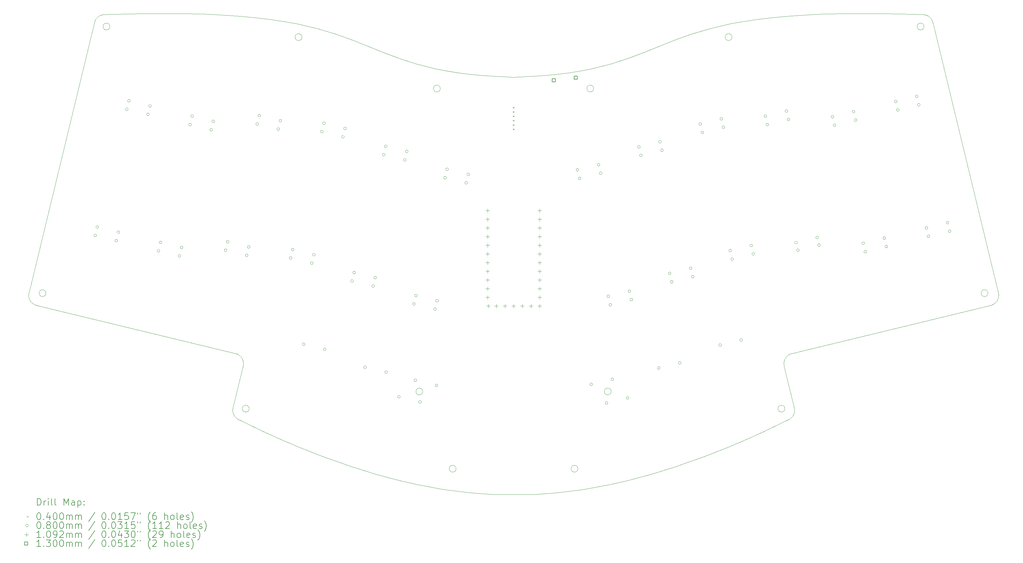
<source format=gbr>
%FSLAX45Y45*%
G04 Gerber Fmt 4.5, Leading zero omitted, Abs format (unit mm)*
G04 Created by KiCad (PCBNEW (6.0.0-0)) date 2022-01-06 19:14:08*
%MOMM*%
%LPD*%
G01*
G04 APERTURE LIST*
%TA.AperFunction,Profile*%
%ADD10C,0.100000*%
%TD*%
%ADD11C,0.200000*%
%ADD12C,0.040000*%
%ADD13C,0.080000*%
%ADD14C,0.109220*%
%ADD15C,0.130000*%
G04 APERTURE END LIST*
D10*
X26303802Y-13497852D02*
X26288802Y-13523852D01*
X17011802Y-5195852D02*
X17436802Y-5236852D01*
X17436802Y-5236852D02*
X17873802Y-5267852D01*
X14497802Y-4550852D02*
X14971802Y-4730852D01*
X13252802Y-16570852D02*
X13048802Y-16499852D01*
X11212802Y-15750852D02*
X11029802Y-15665852D01*
X26562802Y-15032852D02*
X26561802Y-15072852D01*
X10126802Y-15124852D02*
X10120802Y-15098852D01*
X11835802Y-16024852D02*
X11614802Y-15928852D01*
X11592802Y-3651852D02*
X11956802Y-3715852D01*
X25236802Y-15853852D02*
X25062802Y-15928852D01*
X22179802Y-4550852D02*
X22677802Y-4348852D01*
X10249802Y-13395852D02*
X10209802Y-13380852D01*
X18338802Y-17506252D02*
X18220802Y-17506852D01*
X4408802Y-11975852D02*
X4371802Y-11965852D01*
X6339802Y-3454852D02*
X7021802Y-3435852D01*
X7518802Y-3424852D02*
X7964802Y-3422852D01*
X23532802Y-4024852D02*
X24078802Y-3862852D01*
X12540802Y-16311852D02*
X12312802Y-16220852D01*
X4334802Y-11954852D02*
X4295802Y-11935852D01*
X22141802Y-16972852D02*
X21892802Y-17041852D01*
X6156802Y-3534852D02*
X6180802Y-3513852D01*
X26446802Y-15274852D02*
X26421802Y-15292852D01*
X32381802Y-11935852D02*
X32342802Y-11954852D01*
X16600802Y-17397852D02*
X16371802Y-17366852D01*
X17762802Y-17502852D02*
X17296802Y-17471852D01*
X21196802Y-14490852D02*
G75*
G03*
X21196802Y-14490852I-100000J0D01*
G01*
X10168802Y-15209852D02*
X10153802Y-15186852D01*
X10388802Y-13523852D02*
X10373802Y-13497852D01*
X11213802Y-3594852D02*
X11592802Y-3651852D01*
X12068802Y-16123852D02*
X11835802Y-16024852D01*
X10114802Y-15032852D02*
X10116802Y-15003852D01*
X32226802Y-11611852D02*
G75*
G03*
X32226802Y-11611852I-100000J0D01*
G01*
X6072802Y-3668852D02*
X6080802Y-3648852D01*
X6521802Y-3804852D02*
G75*
G03*
X6521802Y-3804852I-100000J0D01*
G01*
X12312802Y-16220852D02*
X12068802Y-16123852D01*
X26265802Y-13571852D02*
X26256802Y-13604852D01*
X26508802Y-15209852D02*
X26489802Y-15233852D01*
X15274802Y-17159852D02*
X15045802Y-17105852D01*
X13999802Y-4348852D02*
X14497802Y-4550852D01*
X10209802Y-13380852D02*
X4408802Y-11975852D01*
X10732802Y-15525852D02*
X10313802Y-15323852D01*
X20076802Y-17397852D02*
X19678802Y-17447852D01*
X10286802Y-15309852D02*
X10255802Y-15292852D01*
X21211802Y-4891852D02*
X21705802Y-4730852D01*
X6205802Y-3496852D02*
X6237802Y-3479852D01*
X10354802Y-13474852D02*
X10331802Y-13449852D01*
X28712802Y-3422852D02*
X29158802Y-3424852D01*
X26489802Y-15233852D02*
X26471802Y-15254852D01*
X10331802Y-13449852D02*
X10308802Y-13431852D01*
X30471802Y-3496852D02*
X30496802Y-3513852D01*
X16121802Y-17327852D02*
X15726802Y-17253852D01*
X10230802Y-15274852D02*
X10205802Y-15254852D01*
X13144802Y-4024852D02*
X13661802Y-4212852D01*
X14095802Y-16846852D02*
X13825802Y-16763852D01*
X4227802Y-11883852D02*
X4203802Y-11858852D01*
X30496802Y-3513852D02*
X30520802Y-3534852D01*
X18803802Y-5267852D02*
X19240802Y-5236852D01*
X10421802Y-13732852D02*
X10426802Y-13700852D01*
X24732802Y-4115852D02*
G75*
G03*
X24732802Y-4115852I-100000J0D01*
G01*
X32530802Y-11618852D02*
X32536802Y-11657852D01*
X26390802Y-15309852D02*
X26363802Y-15323852D01*
X10116802Y-15003852D02*
X10121802Y-14974852D01*
X16371802Y-17366852D02*
X16121802Y-17327852D01*
X19240802Y-5236852D02*
X19665802Y-5195852D01*
X26276802Y-13543852D02*
X26265802Y-13571852D01*
X13825802Y-16763852D02*
X13630802Y-16701852D01*
X20354802Y-5092852D02*
X20653802Y-5032852D01*
X26368802Y-13431852D02*
X26345802Y-13449852D01*
X15045802Y-17105852D02*
X14784802Y-17041852D01*
X6094802Y-3614852D02*
X6111802Y-3586852D01*
X32536802Y-11657852D02*
X32535802Y-11690852D01*
X16322802Y-5092852D02*
X16733802Y-5158852D01*
X20950802Y-17253852D02*
X20555802Y-17327852D01*
X24608802Y-16123852D02*
X24364802Y-16220852D01*
X19380802Y-17471852D02*
X18914802Y-17502852D01*
X30565802Y-3586852D02*
X30582802Y-3614852D01*
X25062802Y-15928852D02*
X24841802Y-16024852D01*
X6133802Y-3557852D02*
X6156802Y-3534852D01*
X30543802Y-3557852D02*
X30565802Y-3586852D01*
X10337802Y-3500852D02*
X10784802Y-3541852D01*
X4146802Y-11618852D02*
X4156802Y-11578852D01*
X14311802Y-16910852D02*
X14095802Y-16846852D01*
X30406802Y-3467852D02*
X30439802Y-3479852D01*
X17873802Y-5267852D02*
X18338802Y-5287852D01*
X4153802Y-11760852D02*
X4146802Y-11728852D01*
X26261802Y-13761852D02*
X26555802Y-14974852D01*
X30355802Y-3804852D02*
G75*
G03*
X30355802Y-3804852I-100000J0D01*
G01*
X7964802Y-3422852D02*
X8601802Y-3423852D01*
X22677802Y-4348852D02*
X23015802Y-4212852D01*
X7021802Y-3435852D02*
X7518802Y-3424852D01*
X32510802Y-11795852D02*
X32494802Y-11827852D01*
X23628802Y-16499852D02*
X23424802Y-16570852D01*
X26555802Y-14974852D02*
X26560802Y-15003852D01*
X30337802Y-3454852D02*
X30375802Y-3459852D01*
X23015802Y-4212852D02*
X23532802Y-4024852D01*
X22851802Y-16763852D02*
X22581802Y-16846852D01*
X6237802Y-3479852D02*
X6270802Y-3467852D01*
X26840802Y-3466852D02*
X27430802Y-3437852D01*
X26278801Y-14994852D02*
G75*
G03*
X26278801Y-14994852I-100000J0D01*
G01*
X4140802Y-11657852D02*
X4146802Y-11618852D01*
X20222802Y-16751852D02*
G75*
G03*
X20222802Y-16751852I-100000J0D01*
G01*
X10308802Y-13431852D02*
X10280802Y-13412852D01*
X32268802Y-11975852D02*
X26467802Y-13380852D01*
X22581802Y-16846852D02*
X22365802Y-16910852D01*
X6180802Y-3513852D02*
X6205802Y-3496852D01*
X24364802Y-16220852D02*
X24136802Y-16311852D01*
X16654802Y-16751852D02*
G75*
G03*
X16654802Y-16751852I-100000J0D01*
G01*
X15465802Y-4891852D02*
X16023802Y-5032852D01*
X10138802Y-15155852D02*
X10126802Y-15124852D01*
X20683802Y-5620852D02*
G75*
G03*
X20683802Y-5620852I-100000J0D01*
G01*
X30582802Y-3614852D02*
X30596802Y-3648852D01*
X13661802Y-4212852D02*
X13999802Y-4348852D01*
X4156802Y-11578852D02*
X6062802Y-3706852D01*
X32449802Y-11883852D02*
X32416802Y-11913852D01*
X10373802Y-13497852D02*
X10354802Y-13474852D01*
X10313802Y-15323852D02*
X10286802Y-15309852D01*
X21705802Y-4730852D02*
X22179802Y-4550852D01*
X10280802Y-13412852D02*
X10249802Y-13395852D01*
X15726802Y-17253852D02*
X15540802Y-17216852D01*
X10426802Y-13700852D02*
X10427802Y-13671852D01*
X25464802Y-15750852D02*
X25236802Y-15853852D01*
X25892802Y-3541852D02*
X26339802Y-3500852D01*
X10115802Y-15072852D02*
X10114802Y-15032852D01*
X12144801Y-4115852D02*
G75*
G03*
X12144801Y-4115852I-100000J0D01*
G01*
X10205802Y-15254852D02*
X10187802Y-15233852D01*
X32416802Y-11913852D02*
X32381802Y-11935852D01*
X26396802Y-13412852D02*
X26368802Y-13431852D01*
X26550802Y-15124852D02*
X26538802Y-15155852D01*
X6062802Y-3706852D02*
X6072802Y-3668852D01*
X19678802Y-17447852D02*
X19380802Y-17471852D01*
X11614802Y-15928852D02*
X11440802Y-15853852D01*
X26251802Y-13635852D02*
X26249802Y-13671852D01*
X12598802Y-3862852D02*
X13144802Y-4024852D01*
X26560802Y-15003852D02*
X26562802Y-15032852D01*
X26363802Y-15323852D02*
X25944802Y-15525852D01*
X11029802Y-15665852D02*
X10732802Y-15525852D01*
X32530802Y-11728852D02*
X32523802Y-11760852D01*
X30520802Y-3534852D02*
X30543802Y-3557852D01*
X10411802Y-13571852D02*
X10400802Y-13543852D01*
X13630802Y-16701852D02*
X13480802Y-16649852D01*
X26250802Y-13700852D02*
X26255802Y-13732852D01*
X10255802Y-15292852D02*
X10230802Y-15274852D01*
X14784802Y-17041852D02*
X14535802Y-16972852D01*
X32520802Y-11578852D02*
X32530802Y-11618852D01*
X18456802Y-17506852D02*
X18338802Y-17506252D01*
X10400802Y-13543852D02*
X10388802Y-13523852D01*
X20305802Y-17366852D02*
X20076802Y-17397852D01*
X26256802Y-13604852D02*
X26251802Y-13635852D01*
X24136802Y-16311852D02*
X23889802Y-16404852D01*
X4146802Y-11728852D02*
X4141802Y-11690852D01*
X8601802Y-3423852D02*
X9246802Y-3437852D01*
X26561802Y-15072852D02*
X26556802Y-15098852D01*
X10427802Y-13671852D02*
X10425802Y-13635852D01*
X23889802Y-16404852D02*
X23628802Y-16499852D01*
X9836802Y-3466852D02*
X10337802Y-3500852D01*
X17296802Y-17471852D02*
X16998802Y-17447852D01*
X32494802Y-11827852D02*
X32473802Y-11858852D01*
X23424802Y-16570852D02*
X23196802Y-16649852D01*
X11440802Y-15853852D02*
X11212802Y-15750852D01*
X21892802Y-17041852D02*
X21631802Y-17105852D01*
X26345802Y-13449852D02*
X26322802Y-13474852D01*
X10121802Y-14974852D02*
X10415802Y-13761852D01*
X26471802Y-15254852D02*
X26446802Y-15274852D01*
X4203802Y-11858852D02*
X4182802Y-11827852D01*
X10153802Y-15186852D02*
X10138802Y-15155852D01*
X20653802Y-5032852D02*
X21211802Y-4891852D01*
X6080802Y-3648852D02*
X6094802Y-3614852D01*
X21631802Y-17105852D02*
X21402802Y-17159852D01*
X10784802Y-3541852D02*
X11213802Y-3594852D01*
X16733802Y-5158852D02*
X17011802Y-5195852D01*
X12787802Y-16404852D02*
X12540802Y-16311852D01*
X25084802Y-3651852D02*
X25463802Y-3594852D01*
X6111802Y-3586852D02*
X6133802Y-3557852D01*
X26467802Y-13380852D02*
X26427802Y-13395852D01*
X11956802Y-3715852D02*
X12598802Y-3862852D01*
X20555802Y-17327852D02*
X20305802Y-17366852D01*
X26288802Y-13523852D02*
X26276802Y-13543852D01*
X30604802Y-3668852D02*
X30614802Y-3706852D01*
X29158802Y-3424852D02*
X29655802Y-3435852D01*
X4182802Y-11827852D02*
X4166802Y-11795852D01*
X26322802Y-13474852D02*
X26303802Y-13497852D01*
X4260802Y-11913852D02*
X4227802Y-11883852D01*
X13480802Y-16649852D02*
X13252802Y-16570852D01*
X9246802Y-3437852D02*
X9836802Y-3466852D01*
X25944802Y-15525852D02*
X25647802Y-15665852D01*
X27430802Y-3437852D02*
X28075802Y-3423852D01*
X4295802Y-11935852D02*
X4260802Y-11913852D01*
X28075802Y-3423852D02*
X28712802Y-3422852D01*
X26538802Y-15155852D02*
X26523802Y-15186852D01*
X30596802Y-3648852D02*
X30604802Y-3668852D01*
X26249802Y-13671852D02*
X26250802Y-13700852D01*
X4166802Y-11795852D02*
X4153802Y-11760852D01*
X29655802Y-3435852D02*
X30337802Y-3454852D01*
X24720802Y-3715852D02*
X25084802Y-3651852D01*
X4141802Y-11690852D02*
X4140802Y-11657852D01*
X32473802Y-11858852D02*
X32449802Y-11883852D01*
X14535802Y-16972852D02*
X14311802Y-16910852D01*
X18914802Y-17502852D02*
X18456802Y-17506852D01*
X4371802Y-11965852D02*
X4334802Y-11954852D01*
X24078802Y-3862852D02*
X24720802Y-3715852D01*
X32305802Y-11965852D02*
X32268802Y-11975852D01*
X21402802Y-17159852D02*
X21136802Y-17216852D01*
X32523802Y-11760852D02*
X32510802Y-11795852D01*
X10598802Y-14993852D02*
G75*
G03*
X10598802Y-14993852I-100000J0D01*
G01*
X26556802Y-15098852D02*
X26550802Y-15124852D01*
X16193802Y-5620852D02*
G75*
G03*
X16193802Y-5620852I-100000J0D01*
G01*
X15540802Y-17216852D02*
X15274802Y-17159852D01*
X18338802Y-5287852D02*
X18803802Y-5267852D01*
X10420802Y-13604852D02*
X10411802Y-13571852D01*
X25647802Y-15665852D02*
X25464802Y-15750852D01*
X26339802Y-3500852D02*
X26840802Y-3466852D01*
X10415802Y-13761852D02*
X10421802Y-13732852D01*
X30439802Y-3479852D02*
X30471802Y-3496852D01*
X19665802Y-5195852D02*
X19943802Y-5158852D01*
X4650802Y-11611852D02*
G75*
G03*
X4650802Y-11611852I-100000J0D01*
G01*
X30614802Y-3706852D02*
X32520802Y-11578852D01*
X19943802Y-5158852D02*
X20354802Y-5092852D01*
X24841802Y-16024852D02*
X24608802Y-16123852D01*
X23046802Y-16701852D02*
X22851802Y-16763852D01*
X18220802Y-17506852D02*
X17762802Y-17502852D01*
X25463802Y-3594852D02*
X25892802Y-3541852D01*
X32342802Y-11954852D02*
X32305802Y-11965852D01*
X16998802Y-17447852D02*
X16600802Y-17397852D01*
X10187802Y-15233852D02*
X10168802Y-15209852D01*
X10425802Y-13635852D02*
X10420802Y-13604852D01*
X21136802Y-17216852D02*
X20950802Y-17253852D01*
X16023802Y-5032852D02*
X16322802Y-5092852D01*
X15680802Y-14491852D02*
G75*
G03*
X15680802Y-14491852I-100000J0D01*
G01*
X30375802Y-3459852D02*
X30406802Y-3467852D01*
X10120802Y-15098852D02*
X10115802Y-15072852D01*
X23196802Y-16649852D02*
X23046802Y-16701852D01*
X13048802Y-16499852D02*
X12787802Y-16404852D01*
X26421802Y-15292852D02*
X26390802Y-15309852D01*
X26427802Y-13395852D02*
X26396802Y-13412852D01*
X6301802Y-3459852D02*
X6339802Y-3454852D01*
X26523802Y-15186852D02*
X26508802Y-15209852D01*
X26255802Y-13732852D02*
X26261802Y-13761852D01*
X22365802Y-16910852D02*
X22141802Y-16972852D01*
X6270802Y-3467852D02*
X6301802Y-3459852D01*
X14971802Y-4730852D02*
X15465802Y-4891852D01*
X32535802Y-11690852D02*
X32530802Y-11728852D01*
D11*
D12*
X18318802Y-6157852D02*
X18358802Y-6197852D01*
X18358802Y-6157852D02*
X18318802Y-6197852D01*
X18318802Y-6538852D02*
X18358802Y-6578852D01*
X18358802Y-6538852D02*
X18318802Y-6578852D01*
X18318802Y-6411852D02*
X18358802Y-6451852D01*
X18358802Y-6411852D02*
X18318802Y-6451852D01*
X18318802Y-6792852D02*
X18358802Y-6832852D01*
X18358802Y-6792852D02*
X18318802Y-6832852D01*
X18318802Y-6284852D02*
X18358802Y-6324852D01*
X18358802Y-6284852D02*
X18318802Y-6324852D01*
X18318802Y-6665852D02*
X18358802Y-6705852D01*
X18358802Y-6665852D02*
X18318802Y-6705852D01*
D13*
X6133231Y-9923296D02*
G75*
G03*
X6133231Y-9923296I-40000J0D01*
G01*
X6193259Y-9676491D02*
G75*
G03*
X6193259Y-9676491I-40000J0D01*
G01*
X6750243Y-10073365D02*
G75*
G03*
X6750243Y-10073365I-40000J0D01*
G01*
X6810271Y-9826560D02*
G75*
G03*
X6810271Y-9826560I-40000J0D01*
G01*
X7058326Y-6227225D02*
G75*
G03*
X7058326Y-6227225I-40000J0D01*
G01*
X7118354Y-5980420D02*
G75*
G03*
X7118354Y-5980420I-40000J0D01*
G01*
X7675339Y-6377294D02*
G75*
G03*
X7675339Y-6377294I-40000J0D01*
G01*
X7735366Y-6130489D02*
G75*
G03*
X7735366Y-6130489I-40000J0D01*
G01*
X7984268Y-10373504D02*
G75*
G03*
X7984268Y-10373504I-40000J0D01*
G01*
X8044296Y-10126699D02*
G75*
G03*
X8044296Y-10126699I-40000J0D01*
G01*
X8601280Y-10523573D02*
G75*
G03*
X8601280Y-10523573I-40000J0D01*
G01*
X8661308Y-10276768D02*
G75*
G03*
X8661308Y-10276768I-40000J0D01*
G01*
X8909363Y-6677432D02*
G75*
G03*
X8909363Y-6677432I-40000J0D01*
G01*
X8969391Y-6430627D02*
G75*
G03*
X8969391Y-6430627I-40000J0D01*
G01*
X9526376Y-6827501D02*
G75*
G03*
X9526376Y-6827501I-40000J0D01*
G01*
X9586404Y-6580696D02*
G75*
G03*
X9586404Y-6580696I-40000J0D01*
G01*
X9949358Y-10354782D02*
G75*
G03*
X9949358Y-10354782I-40000J0D01*
G01*
X10009385Y-10107977D02*
G75*
G03*
X10009385Y-10107977I-40000J0D01*
G01*
X10566370Y-10504851D02*
G75*
G03*
X10566370Y-10504851I-40000J0D01*
G01*
X10626398Y-10258046D02*
G75*
G03*
X10626398Y-10258046I-40000J0D01*
G01*
X10874453Y-6658710D02*
G75*
G03*
X10874453Y-6658710I-40000J0D01*
G01*
X10934481Y-6411905D02*
G75*
G03*
X10934481Y-6411905I-40000J0D01*
G01*
X11491466Y-6808779D02*
G75*
G03*
X11491466Y-6808779I-40000J0D01*
G01*
X11551493Y-6561975D02*
G75*
G03*
X11551493Y-6561975I-40000J0D01*
G01*
X11854419Y-10582865D02*
G75*
G03*
X11854419Y-10582865I-40000J0D01*
G01*
X11914447Y-10336060D02*
G75*
G03*
X11914447Y-10336060I-40000J0D01*
G01*
X12234021Y-13106256D02*
G75*
G03*
X12234021Y-13106256I-40000J0D01*
G01*
X12471432Y-10732934D02*
G75*
G03*
X12471432Y-10732934I-40000J0D01*
G01*
X12531460Y-10486129D02*
G75*
G03*
X12531460Y-10486129I-40000J0D01*
G01*
X12767175Y-6883792D02*
G75*
G03*
X12767175Y-6883792I-40000J0D01*
G01*
X12827203Y-6636987D02*
G75*
G03*
X12827203Y-6636987I-40000J0D01*
G01*
X12851033Y-13256325D02*
G75*
G03*
X12851033Y-13256325I-40000J0D01*
G01*
X13384187Y-7033861D02*
G75*
G03*
X13384187Y-7033861I-40000J0D01*
G01*
X13444215Y-6787056D02*
G75*
G03*
X13444215Y-6787056I-40000J0D01*
G01*
X13651432Y-11255197D02*
G75*
G03*
X13651432Y-11255197I-40000J0D01*
G01*
X13711459Y-11008392D02*
G75*
G03*
X13711459Y-11008392I-40000J0D01*
G01*
X14031033Y-13778588D02*
G75*
G03*
X14031033Y-13778588I-40000J0D01*
G01*
X14268444Y-11405266D02*
G75*
G03*
X14268444Y-11405266I-40000J0D01*
G01*
X14328472Y-11158461D02*
G75*
G03*
X14328472Y-11158461I-40000J0D01*
G01*
X14576527Y-7559125D02*
G75*
G03*
X14576527Y-7559125I-40000J0D01*
G01*
X14636555Y-7312320D02*
G75*
G03*
X14636555Y-7312320I-40000J0D01*
G01*
X14648046Y-13928657D02*
G75*
G03*
X14648046Y-13928657I-40000J0D01*
G01*
X15022270Y-14647047D02*
G75*
G03*
X15022270Y-14647047I-40000J0D01*
G01*
X15193540Y-7709194D02*
G75*
G03*
X15193540Y-7709194I-40000J0D01*
G01*
X15253567Y-7462390D02*
G75*
G03*
X15253567Y-7462390I-40000J0D01*
G01*
X15460784Y-11930530D02*
G75*
G03*
X15460784Y-11930530I-40000J0D01*
G01*
X15505860Y-14163434D02*
G75*
G03*
X15505860Y-14163434I-40000J0D01*
G01*
X15520812Y-11683725D02*
G75*
G03*
X15520812Y-11683725I-40000J0D01*
G01*
X15639282Y-14797116D02*
G75*
G03*
X15639282Y-14797116I-40000J0D01*
G01*
X16077797Y-12080599D02*
G75*
G03*
X16077797Y-12080599I-40000J0D01*
G01*
X16122872Y-14313503D02*
G75*
G03*
X16122872Y-14313503I-40000J0D01*
G01*
X16137824Y-11833794D02*
G75*
G03*
X16137824Y-11833794I-40000J0D01*
G01*
X16373539Y-8231457D02*
G75*
G03*
X16373539Y-8231457I-40000J0D01*
G01*
X16433567Y-7984652D02*
G75*
G03*
X16433567Y-7984652I-40000J0D01*
G01*
X16990552Y-8381526D02*
G75*
G03*
X16990552Y-8381526I-40000J0D01*
G01*
X17050580Y-8134722D02*
G75*
G03*
X17050580Y-8134722I-40000J0D01*
G01*
X20249995Y-8002660D02*
G75*
G03*
X20249995Y-8002660I-40000J0D01*
G01*
X20310022Y-8249465D02*
G75*
G03*
X20310022Y-8249465I-40000J0D01*
G01*
X20653409Y-14282820D02*
G75*
G03*
X20653409Y-14282820I-40000J0D01*
G01*
X20867007Y-7852591D02*
G75*
G03*
X20867007Y-7852591I-40000J0D01*
G01*
X20927035Y-8099396D02*
G75*
G03*
X20927035Y-8099396I-40000J0D01*
G01*
X21099643Y-14827799D02*
G75*
G03*
X21099643Y-14827799I-40000J0D01*
G01*
X21150409Y-11704734D02*
G75*
G03*
X21150409Y-11704734I-40000J0D01*
G01*
X21210437Y-11951539D02*
G75*
G03*
X21210437Y-11951539I-40000J0D01*
G01*
X21270421Y-14132750D02*
G75*
G03*
X21270421Y-14132750I-40000J0D01*
G01*
X21716656Y-14677729D02*
G75*
G03*
X21716656Y-14677729I-40000J0D01*
G01*
X21767422Y-11554665D02*
G75*
G03*
X21767422Y-11554665I-40000J0D01*
G01*
X21827450Y-11801470D02*
G75*
G03*
X21827450Y-11801470I-40000J0D01*
G01*
X22047007Y-7330328D02*
G75*
G03*
X22047007Y-7330328I-40000J0D01*
G01*
X22107034Y-7577133D02*
G75*
G03*
X22107034Y-7577133I-40000J0D01*
G01*
X22627848Y-13802598D02*
G75*
G03*
X22627848Y-13802598I-40000J0D01*
G01*
X22664019Y-7180259D02*
G75*
G03*
X22664019Y-7180259I-40000J0D01*
G01*
X22724047Y-7427064D02*
G75*
G03*
X22724047Y-7427064I-40000J0D01*
G01*
X22947422Y-11032402D02*
G75*
G03*
X22947422Y-11032402I-40000J0D01*
G01*
X23007449Y-11279207D02*
G75*
G03*
X23007449Y-11279207I-40000J0D01*
G01*
X23244860Y-13652529D02*
G75*
G03*
X23244860Y-13652529I-40000J0D01*
G01*
X23564434Y-10882333D02*
G75*
G03*
X23564434Y-10882333I-40000J0D01*
G01*
X23624462Y-11129138D02*
G75*
G03*
X23624462Y-11129138I-40000J0D01*
G01*
X23844019Y-6657996D02*
G75*
G03*
X23844019Y-6657996I-40000J0D01*
G01*
X23904046Y-6904801D02*
G75*
G03*
X23904046Y-6904801I-40000J0D01*
G01*
X24424860Y-13130266D02*
G75*
G03*
X24424860Y-13130266I-40000J0D01*
G01*
X24461031Y-6507927D02*
G75*
G03*
X24461031Y-6507927I-40000J0D01*
G01*
X24521059Y-6754732D02*
G75*
G03*
X24521059Y-6754732I-40000J0D01*
G01*
X24719753Y-10366073D02*
G75*
G03*
X24719753Y-10366073I-40000J0D01*
G01*
X24779781Y-10612878D02*
G75*
G03*
X24779781Y-10612878I-40000J0D01*
G01*
X25041872Y-12980197D02*
G75*
G03*
X25041872Y-12980197I-40000J0D01*
G01*
X25336766Y-10216004D02*
G75*
G03*
X25336766Y-10216004I-40000J0D01*
G01*
X25396793Y-10462809D02*
G75*
G03*
X25396793Y-10462809I-40000J0D01*
G01*
X25749081Y-6429913D02*
G75*
G03*
X25749081Y-6429913I-40000J0D01*
G01*
X25809108Y-6676718D02*
G75*
G03*
X25809108Y-6676718I-40000J0D01*
G01*
X26366093Y-6279844D02*
G75*
G03*
X26366093Y-6279844I-40000J0D01*
G01*
X26426121Y-6526649D02*
G75*
G03*
X26426121Y-6526649I-40000J0D01*
G01*
X26649496Y-10131987D02*
G75*
G03*
X26649496Y-10131987I-40000J0D01*
G01*
X26703521Y-10354111D02*
G75*
G03*
X26703521Y-10354111I-40000J0D01*
G01*
X27266508Y-9981918D02*
G75*
G03*
X27266508Y-9981918I-40000J0D01*
G01*
X27320533Y-10204042D02*
G75*
G03*
X27320533Y-10204042I-40000J0D01*
G01*
X27714170Y-6448635D02*
G75*
G03*
X27714170Y-6448635I-40000J0D01*
G01*
X27774198Y-6695440D02*
G75*
G03*
X27774198Y-6695440I-40000J0D01*
G01*
X28331183Y-6298565D02*
G75*
G03*
X28331183Y-6298565I-40000J0D01*
G01*
X28391210Y-6545371D02*
G75*
G03*
X28391210Y-6545371I-40000J0D01*
G01*
X28614585Y-10150709D02*
G75*
G03*
X28614585Y-10150709I-40000J0D01*
G01*
X28674613Y-10397514D02*
G75*
G03*
X28674613Y-10397514I-40000J0D01*
G01*
X29231598Y-10000640D02*
G75*
G03*
X29231598Y-10000640I-40000J0D01*
G01*
X29291625Y-10247445D02*
G75*
G03*
X29291625Y-10247445I-40000J0D01*
G01*
X29565207Y-5998427D02*
G75*
G03*
X29565207Y-5998427I-40000J0D01*
G01*
X29625235Y-6245232D02*
G75*
G03*
X29625235Y-6245232I-40000J0D01*
G01*
X30182220Y-5848358D02*
G75*
G03*
X30182220Y-5848358I-40000J0D01*
G01*
X30242248Y-6095163D02*
G75*
G03*
X30242248Y-6095163I-40000J0D01*
G01*
X30465623Y-9700501D02*
G75*
G03*
X30465623Y-9700501I-40000J0D01*
G01*
X30525650Y-9947306D02*
G75*
G03*
X30525650Y-9947306I-40000J0D01*
G01*
X31082635Y-9550432D02*
G75*
G03*
X31082635Y-9550432I-40000J0D01*
G01*
X31142662Y-9797237D02*
G75*
G03*
X31142662Y-9797237I-40000J0D01*
G01*
D14*
X17576802Y-9141317D02*
X17576802Y-9250537D01*
X17522192Y-9195927D02*
X17631412Y-9195927D01*
X17576802Y-9395317D02*
X17576802Y-9504537D01*
X17522192Y-9449927D02*
X17631412Y-9449927D01*
X17576802Y-9649317D02*
X17576802Y-9758537D01*
X17522192Y-9703927D02*
X17631412Y-9703927D01*
X17576802Y-9903317D02*
X17576802Y-10012537D01*
X17522192Y-9957927D02*
X17631412Y-9957927D01*
X17576802Y-10157317D02*
X17576802Y-10266537D01*
X17522192Y-10211927D02*
X17631412Y-10211927D01*
X17576802Y-10411317D02*
X17576802Y-10520537D01*
X17522192Y-10465927D02*
X17631412Y-10465927D01*
X17576802Y-10665317D02*
X17576802Y-10774537D01*
X17522192Y-10719927D02*
X17631412Y-10719927D01*
X17576802Y-10919317D02*
X17576802Y-11028537D01*
X17522192Y-10973927D02*
X17631412Y-10973927D01*
X17576802Y-11173317D02*
X17576802Y-11282537D01*
X17522192Y-11227927D02*
X17631412Y-11227927D01*
X17576802Y-11427317D02*
X17576802Y-11536537D01*
X17522192Y-11481927D02*
X17631412Y-11481927D01*
X17576802Y-11681317D02*
X17576802Y-11790537D01*
X17522192Y-11735927D02*
X17631412Y-11735927D01*
X17599662Y-11935317D02*
X17599662Y-12044537D01*
X17545052Y-11989927D02*
X17654272Y-11989927D01*
X17830802Y-11935317D02*
X17830802Y-12044537D01*
X17776192Y-11989927D02*
X17885412Y-11989927D01*
X18084802Y-11935317D02*
X18084802Y-12044537D01*
X18030192Y-11989927D02*
X18139412Y-11989927D01*
X18338802Y-11935317D02*
X18338802Y-12044537D01*
X18284192Y-11989927D02*
X18393412Y-11989927D01*
X18592802Y-11935317D02*
X18592802Y-12044537D01*
X18538192Y-11989927D02*
X18647412Y-11989927D01*
X18846802Y-11935317D02*
X18846802Y-12044537D01*
X18792192Y-11989927D02*
X18901412Y-11989927D01*
X19100802Y-9141317D02*
X19100802Y-9250537D01*
X19046192Y-9195927D02*
X19155412Y-9195927D01*
X19100802Y-9395317D02*
X19100802Y-9504537D01*
X19046192Y-9449927D02*
X19155412Y-9449927D01*
X19100802Y-9649317D02*
X19100802Y-9758537D01*
X19046192Y-9703927D02*
X19155412Y-9703927D01*
X19100802Y-9903317D02*
X19100802Y-10012537D01*
X19046192Y-9957927D02*
X19155412Y-9957927D01*
X19100802Y-10157317D02*
X19100802Y-10266537D01*
X19046192Y-10211927D02*
X19155412Y-10211927D01*
X19100802Y-10411317D02*
X19100802Y-10520537D01*
X19046192Y-10465927D02*
X19155412Y-10465927D01*
X19100802Y-10665317D02*
X19100802Y-10774537D01*
X19046192Y-10719927D02*
X19155412Y-10719927D01*
X19100802Y-10919317D02*
X19100802Y-11028537D01*
X19046192Y-10973927D02*
X19155412Y-10973927D01*
X19100802Y-11173317D02*
X19100802Y-11282537D01*
X19046192Y-11227927D02*
X19155412Y-11227927D01*
X19100802Y-11427317D02*
X19100802Y-11536537D01*
X19046192Y-11481927D02*
X19155412Y-11481927D01*
X19100802Y-11681317D02*
X19100802Y-11790537D01*
X19046192Y-11735927D02*
X19155412Y-11735927D01*
X19100802Y-11935317D02*
X19100802Y-12044537D01*
X19046192Y-11989927D02*
X19155412Y-11989927D01*
D15*
X19560787Y-5425222D02*
X19560787Y-5333297D01*
X19468862Y-5333297D01*
X19468862Y-5425222D01*
X19560787Y-5425222D01*
X20205942Y-5346007D02*
X20205942Y-5254082D01*
X20114017Y-5254082D01*
X20114017Y-5346007D01*
X20205942Y-5346007D01*
D11*
X4393421Y-17822328D02*
X4393421Y-17622328D01*
X4441040Y-17622328D01*
X4469611Y-17631852D01*
X4488659Y-17650899D01*
X4498183Y-17669947D01*
X4507706Y-17708042D01*
X4507706Y-17736614D01*
X4498183Y-17774709D01*
X4488659Y-17793756D01*
X4469611Y-17812804D01*
X4441040Y-17822328D01*
X4393421Y-17822328D01*
X4593421Y-17822328D02*
X4593421Y-17688995D01*
X4593421Y-17727090D02*
X4602944Y-17708042D01*
X4612468Y-17698518D01*
X4631516Y-17688995D01*
X4650564Y-17688995D01*
X4717230Y-17822328D02*
X4717230Y-17688995D01*
X4717230Y-17622328D02*
X4707706Y-17631852D01*
X4717230Y-17641376D01*
X4726754Y-17631852D01*
X4717230Y-17622328D01*
X4717230Y-17641376D01*
X4841040Y-17822328D02*
X4821992Y-17812804D01*
X4812468Y-17793756D01*
X4812468Y-17622328D01*
X4945802Y-17822328D02*
X4926754Y-17812804D01*
X4917230Y-17793756D01*
X4917230Y-17622328D01*
X5174373Y-17822328D02*
X5174373Y-17622328D01*
X5241040Y-17765185D01*
X5307706Y-17622328D01*
X5307706Y-17822328D01*
X5488659Y-17822328D02*
X5488659Y-17717566D01*
X5479135Y-17698518D01*
X5460087Y-17688995D01*
X5421992Y-17688995D01*
X5402944Y-17698518D01*
X5488659Y-17812804D02*
X5469611Y-17822328D01*
X5421992Y-17822328D01*
X5402944Y-17812804D01*
X5393421Y-17793756D01*
X5393421Y-17774709D01*
X5402944Y-17755661D01*
X5421992Y-17746137D01*
X5469611Y-17746137D01*
X5488659Y-17736614D01*
X5583897Y-17688995D02*
X5583897Y-17888995D01*
X5583897Y-17698518D02*
X5602944Y-17688995D01*
X5641040Y-17688995D01*
X5660087Y-17698518D01*
X5669611Y-17708042D01*
X5679135Y-17727090D01*
X5679135Y-17784233D01*
X5669611Y-17803280D01*
X5660087Y-17812804D01*
X5641040Y-17822328D01*
X5602944Y-17822328D01*
X5583897Y-17812804D01*
X5764849Y-17803280D02*
X5774373Y-17812804D01*
X5764849Y-17822328D01*
X5755325Y-17812804D01*
X5764849Y-17803280D01*
X5764849Y-17822328D01*
X5764849Y-17698518D02*
X5774373Y-17708042D01*
X5764849Y-17717566D01*
X5755325Y-17708042D01*
X5764849Y-17698518D01*
X5764849Y-17717566D01*
D12*
X4095802Y-18131852D02*
X4135802Y-18171852D01*
X4135802Y-18131852D02*
X4095802Y-18171852D01*
D11*
X4431516Y-18042328D02*
X4450564Y-18042328D01*
X4469611Y-18051852D01*
X4479135Y-18061376D01*
X4488659Y-18080423D01*
X4498183Y-18118518D01*
X4498183Y-18166137D01*
X4488659Y-18204233D01*
X4479135Y-18223280D01*
X4469611Y-18232804D01*
X4450564Y-18242328D01*
X4431516Y-18242328D01*
X4412468Y-18232804D01*
X4402944Y-18223280D01*
X4393421Y-18204233D01*
X4383897Y-18166137D01*
X4383897Y-18118518D01*
X4393421Y-18080423D01*
X4402944Y-18061376D01*
X4412468Y-18051852D01*
X4431516Y-18042328D01*
X4583897Y-18223280D02*
X4593421Y-18232804D01*
X4583897Y-18242328D01*
X4574373Y-18232804D01*
X4583897Y-18223280D01*
X4583897Y-18242328D01*
X4764849Y-18108995D02*
X4764849Y-18242328D01*
X4717230Y-18032804D02*
X4669611Y-18175661D01*
X4793421Y-18175661D01*
X4907706Y-18042328D02*
X4926754Y-18042328D01*
X4945802Y-18051852D01*
X4955325Y-18061376D01*
X4964849Y-18080423D01*
X4974373Y-18118518D01*
X4974373Y-18166137D01*
X4964849Y-18204233D01*
X4955325Y-18223280D01*
X4945802Y-18232804D01*
X4926754Y-18242328D01*
X4907706Y-18242328D01*
X4888659Y-18232804D01*
X4879135Y-18223280D01*
X4869611Y-18204233D01*
X4860087Y-18166137D01*
X4860087Y-18118518D01*
X4869611Y-18080423D01*
X4879135Y-18061376D01*
X4888659Y-18051852D01*
X4907706Y-18042328D01*
X5098183Y-18042328D02*
X5117230Y-18042328D01*
X5136278Y-18051852D01*
X5145802Y-18061376D01*
X5155325Y-18080423D01*
X5164849Y-18118518D01*
X5164849Y-18166137D01*
X5155325Y-18204233D01*
X5145802Y-18223280D01*
X5136278Y-18232804D01*
X5117230Y-18242328D01*
X5098183Y-18242328D01*
X5079135Y-18232804D01*
X5069611Y-18223280D01*
X5060087Y-18204233D01*
X5050564Y-18166137D01*
X5050564Y-18118518D01*
X5060087Y-18080423D01*
X5069611Y-18061376D01*
X5079135Y-18051852D01*
X5098183Y-18042328D01*
X5250564Y-18242328D02*
X5250564Y-18108995D01*
X5250564Y-18128042D02*
X5260087Y-18118518D01*
X5279135Y-18108995D01*
X5307706Y-18108995D01*
X5326754Y-18118518D01*
X5336278Y-18137566D01*
X5336278Y-18242328D01*
X5336278Y-18137566D02*
X5345802Y-18118518D01*
X5364849Y-18108995D01*
X5393421Y-18108995D01*
X5412468Y-18118518D01*
X5421992Y-18137566D01*
X5421992Y-18242328D01*
X5517230Y-18242328D02*
X5517230Y-18108995D01*
X5517230Y-18128042D02*
X5526754Y-18118518D01*
X5545802Y-18108995D01*
X5574373Y-18108995D01*
X5593421Y-18118518D01*
X5602944Y-18137566D01*
X5602944Y-18242328D01*
X5602944Y-18137566D02*
X5612468Y-18118518D01*
X5631516Y-18108995D01*
X5660087Y-18108995D01*
X5679135Y-18118518D01*
X5688659Y-18137566D01*
X5688659Y-18242328D01*
X6079135Y-18032804D02*
X5907706Y-18289947D01*
X6336278Y-18042328D02*
X6355325Y-18042328D01*
X6374373Y-18051852D01*
X6383897Y-18061376D01*
X6393421Y-18080423D01*
X6402944Y-18118518D01*
X6402944Y-18166137D01*
X6393421Y-18204233D01*
X6383897Y-18223280D01*
X6374373Y-18232804D01*
X6355325Y-18242328D01*
X6336278Y-18242328D01*
X6317230Y-18232804D01*
X6307706Y-18223280D01*
X6298182Y-18204233D01*
X6288659Y-18166137D01*
X6288659Y-18118518D01*
X6298182Y-18080423D01*
X6307706Y-18061376D01*
X6317230Y-18051852D01*
X6336278Y-18042328D01*
X6488659Y-18223280D02*
X6498182Y-18232804D01*
X6488659Y-18242328D01*
X6479135Y-18232804D01*
X6488659Y-18223280D01*
X6488659Y-18242328D01*
X6621992Y-18042328D02*
X6641040Y-18042328D01*
X6660087Y-18051852D01*
X6669611Y-18061376D01*
X6679135Y-18080423D01*
X6688659Y-18118518D01*
X6688659Y-18166137D01*
X6679135Y-18204233D01*
X6669611Y-18223280D01*
X6660087Y-18232804D01*
X6641040Y-18242328D01*
X6621992Y-18242328D01*
X6602944Y-18232804D01*
X6593421Y-18223280D01*
X6583897Y-18204233D01*
X6574373Y-18166137D01*
X6574373Y-18118518D01*
X6583897Y-18080423D01*
X6593421Y-18061376D01*
X6602944Y-18051852D01*
X6621992Y-18042328D01*
X6879135Y-18242328D02*
X6764849Y-18242328D01*
X6821992Y-18242328D02*
X6821992Y-18042328D01*
X6802944Y-18070899D01*
X6783897Y-18089947D01*
X6764849Y-18099471D01*
X7060087Y-18042328D02*
X6964849Y-18042328D01*
X6955325Y-18137566D01*
X6964849Y-18128042D01*
X6983897Y-18118518D01*
X7031516Y-18118518D01*
X7050563Y-18128042D01*
X7060087Y-18137566D01*
X7069611Y-18156614D01*
X7069611Y-18204233D01*
X7060087Y-18223280D01*
X7050563Y-18232804D01*
X7031516Y-18242328D01*
X6983897Y-18242328D01*
X6964849Y-18232804D01*
X6955325Y-18223280D01*
X7136278Y-18042328D02*
X7269611Y-18042328D01*
X7183897Y-18242328D01*
X7336278Y-18042328D02*
X7336278Y-18080423D01*
X7412468Y-18042328D02*
X7412468Y-18080423D01*
X7707706Y-18318518D02*
X7698182Y-18308995D01*
X7679135Y-18280423D01*
X7669611Y-18261376D01*
X7660087Y-18232804D01*
X7650563Y-18185185D01*
X7650563Y-18147090D01*
X7660087Y-18099471D01*
X7669611Y-18070899D01*
X7679135Y-18051852D01*
X7698182Y-18023280D01*
X7707706Y-18013756D01*
X7869611Y-18042328D02*
X7831516Y-18042328D01*
X7812468Y-18051852D01*
X7802944Y-18061376D01*
X7783897Y-18089947D01*
X7774373Y-18128042D01*
X7774373Y-18204233D01*
X7783897Y-18223280D01*
X7793421Y-18232804D01*
X7812468Y-18242328D01*
X7850563Y-18242328D01*
X7869611Y-18232804D01*
X7879135Y-18223280D01*
X7888659Y-18204233D01*
X7888659Y-18156614D01*
X7879135Y-18137566D01*
X7869611Y-18128042D01*
X7850563Y-18118518D01*
X7812468Y-18118518D01*
X7793421Y-18128042D01*
X7783897Y-18137566D01*
X7774373Y-18156614D01*
X8126754Y-18242328D02*
X8126754Y-18042328D01*
X8212468Y-18242328D02*
X8212468Y-18137566D01*
X8202944Y-18118518D01*
X8183897Y-18108995D01*
X8155325Y-18108995D01*
X8136278Y-18118518D01*
X8126754Y-18128042D01*
X8336278Y-18242328D02*
X8317230Y-18232804D01*
X8307706Y-18223280D01*
X8298182Y-18204233D01*
X8298182Y-18147090D01*
X8307706Y-18128042D01*
X8317230Y-18118518D01*
X8336278Y-18108995D01*
X8364849Y-18108995D01*
X8383897Y-18118518D01*
X8393421Y-18128042D01*
X8402944Y-18147090D01*
X8402944Y-18204233D01*
X8393421Y-18223280D01*
X8383897Y-18232804D01*
X8364849Y-18242328D01*
X8336278Y-18242328D01*
X8517230Y-18242328D02*
X8498183Y-18232804D01*
X8488659Y-18213756D01*
X8488659Y-18042328D01*
X8669611Y-18232804D02*
X8650564Y-18242328D01*
X8612468Y-18242328D01*
X8593421Y-18232804D01*
X8583897Y-18213756D01*
X8583897Y-18137566D01*
X8593421Y-18118518D01*
X8612468Y-18108995D01*
X8650564Y-18108995D01*
X8669611Y-18118518D01*
X8679135Y-18137566D01*
X8679135Y-18156614D01*
X8583897Y-18175661D01*
X8755325Y-18232804D02*
X8774373Y-18242328D01*
X8812468Y-18242328D01*
X8831516Y-18232804D01*
X8841040Y-18213756D01*
X8841040Y-18204233D01*
X8831516Y-18185185D01*
X8812468Y-18175661D01*
X8783897Y-18175661D01*
X8764849Y-18166137D01*
X8755325Y-18147090D01*
X8755325Y-18137566D01*
X8764849Y-18118518D01*
X8783897Y-18108995D01*
X8812468Y-18108995D01*
X8831516Y-18118518D01*
X8907706Y-18318518D02*
X8917230Y-18308995D01*
X8936278Y-18280423D01*
X8945802Y-18261376D01*
X8955325Y-18232804D01*
X8964849Y-18185185D01*
X8964849Y-18147090D01*
X8955325Y-18099471D01*
X8945802Y-18070899D01*
X8936278Y-18051852D01*
X8917230Y-18023280D01*
X8907706Y-18013756D01*
D13*
X4135802Y-18415852D02*
G75*
G03*
X4135802Y-18415852I-40000J0D01*
G01*
D11*
X4431516Y-18306328D02*
X4450564Y-18306328D01*
X4469611Y-18315852D01*
X4479135Y-18325376D01*
X4488659Y-18344423D01*
X4498183Y-18382518D01*
X4498183Y-18430137D01*
X4488659Y-18468233D01*
X4479135Y-18487280D01*
X4469611Y-18496804D01*
X4450564Y-18506328D01*
X4431516Y-18506328D01*
X4412468Y-18496804D01*
X4402944Y-18487280D01*
X4393421Y-18468233D01*
X4383897Y-18430137D01*
X4383897Y-18382518D01*
X4393421Y-18344423D01*
X4402944Y-18325376D01*
X4412468Y-18315852D01*
X4431516Y-18306328D01*
X4583897Y-18487280D02*
X4593421Y-18496804D01*
X4583897Y-18506328D01*
X4574373Y-18496804D01*
X4583897Y-18487280D01*
X4583897Y-18506328D01*
X4707706Y-18392042D02*
X4688659Y-18382518D01*
X4679135Y-18372995D01*
X4669611Y-18353947D01*
X4669611Y-18344423D01*
X4679135Y-18325376D01*
X4688659Y-18315852D01*
X4707706Y-18306328D01*
X4745802Y-18306328D01*
X4764849Y-18315852D01*
X4774373Y-18325376D01*
X4783897Y-18344423D01*
X4783897Y-18353947D01*
X4774373Y-18372995D01*
X4764849Y-18382518D01*
X4745802Y-18392042D01*
X4707706Y-18392042D01*
X4688659Y-18401566D01*
X4679135Y-18411090D01*
X4669611Y-18430137D01*
X4669611Y-18468233D01*
X4679135Y-18487280D01*
X4688659Y-18496804D01*
X4707706Y-18506328D01*
X4745802Y-18506328D01*
X4764849Y-18496804D01*
X4774373Y-18487280D01*
X4783897Y-18468233D01*
X4783897Y-18430137D01*
X4774373Y-18411090D01*
X4764849Y-18401566D01*
X4745802Y-18392042D01*
X4907706Y-18306328D02*
X4926754Y-18306328D01*
X4945802Y-18315852D01*
X4955325Y-18325376D01*
X4964849Y-18344423D01*
X4974373Y-18382518D01*
X4974373Y-18430137D01*
X4964849Y-18468233D01*
X4955325Y-18487280D01*
X4945802Y-18496804D01*
X4926754Y-18506328D01*
X4907706Y-18506328D01*
X4888659Y-18496804D01*
X4879135Y-18487280D01*
X4869611Y-18468233D01*
X4860087Y-18430137D01*
X4860087Y-18382518D01*
X4869611Y-18344423D01*
X4879135Y-18325376D01*
X4888659Y-18315852D01*
X4907706Y-18306328D01*
X5098183Y-18306328D02*
X5117230Y-18306328D01*
X5136278Y-18315852D01*
X5145802Y-18325376D01*
X5155325Y-18344423D01*
X5164849Y-18382518D01*
X5164849Y-18430137D01*
X5155325Y-18468233D01*
X5145802Y-18487280D01*
X5136278Y-18496804D01*
X5117230Y-18506328D01*
X5098183Y-18506328D01*
X5079135Y-18496804D01*
X5069611Y-18487280D01*
X5060087Y-18468233D01*
X5050564Y-18430137D01*
X5050564Y-18382518D01*
X5060087Y-18344423D01*
X5069611Y-18325376D01*
X5079135Y-18315852D01*
X5098183Y-18306328D01*
X5250564Y-18506328D02*
X5250564Y-18372995D01*
X5250564Y-18392042D02*
X5260087Y-18382518D01*
X5279135Y-18372995D01*
X5307706Y-18372995D01*
X5326754Y-18382518D01*
X5336278Y-18401566D01*
X5336278Y-18506328D01*
X5336278Y-18401566D02*
X5345802Y-18382518D01*
X5364849Y-18372995D01*
X5393421Y-18372995D01*
X5412468Y-18382518D01*
X5421992Y-18401566D01*
X5421992Y-18506328D01*
X5517230Y-18506328D02*
X5517230Y-18372995D01*
X5517230Y-18392042D02*
X5526754Y-18382518D01*
X5545802Y-18372995D01*
X5574373Y-18372995D01*
X5593421Y-18382518D01*
X5602944Y-18401566D01*
X5602944Y-18506328D01*
X5602944Y-18401566D02*
X5612468Y-18382518D01*
X5631516Y-18372995D01*
X5660087Y-18372995D01*
X5679135Y-18382518D01*
X5688659Y-18401566D01*
X5688659Y-18506328D01*
X6079135Y-18296804D02*
X5907706Y-18553947D01*
X6336278Y-18306328D02*
X6355325Y-18306328D01*
X6374373Y-18315852D01*
X6383897Y-18325376D01*
X6393421Y-18344423D01*
X6402944Y-18382518D01*
X6402944Y-18430137D01*
X6393421Y-18468233D01*
X6383897Y-18487280D01*
X6374373Y-18496804D01*
X6355325Y-18506328D01*
X6336278Y-18506328D01*
X6317230Y-18496804D01*
X6307706Y-18487280D01*
X6298182Y-18468233D01*
X6288659Y-18430137D01*
X6288659Y-18382518D01*
X6298182Y-18344423D01*
X6307706Y-18325376D01*
X6317230Y-18315852D01*
X6336278Y-18306328D01*
X6488659Y-18487280D02*
X6498182Y-18496804D01*
X6488659Y-18506328D01*
X6479135Y-18496804D01*
X6488659Y-18487280D01*
X6488659Y-18506328D01*
X6621992Y-18306328D02*
X6641040Y-18306328D01*
X6660087Y-18315852D01*
X6669611Y-18325376D01*
X6679135Y-18344423D01*
X6688659Y-18382518D01*
X6688659Y-18430137D01*
X6679135Y-18468233D01*
X6669611Y-18487280D01*
X6660087Y-18496804D01*
X6641040Y-18506328D01*
X6621992Y-18506328D01*
X6602944Y-18496804D01*
X6593421Y-18487280D01*
X6583897Y-18468233D01*
X6574373Y-18430137D01*
X6574373Y-18382518D01*
X6583897Y-18344423D01*
X6593421Y-18325376D01*
X6602944Y-18315852D01*
X6621992Y-18306328D01*
X6755325Y-18306328D02*
X6879135Y-18306328D01*
X6812468Y-18382518D01*
X6841040Y-18382518D01*
X6860087Y-18392042D01*
X6869611Y-18401566D01*
X6879135Y-18420614D01*
X6879135Y-18468233D01*
X6869611Y-18487280D01*
X6860087Y-18496804D01*
X6841040Y-18506328D01*
X6783897Y-18506328D01*
X6764849Y-18496804D01*
X6755325Y-18487280D01*
X7069611Y-18506328D02*
X6955325Y-18506328D01*
X7012468Y-18506328D02*
X7012468Y-18306328D01*
X6993421Y-18334899D01*
X6974373Y-18353947D01*
X6955325Y-18363471D01*
X7250563Y-18306328D02*
X7155325Y-18306328D01*
X7145801Y-18401566D01*
X7155325Y-18392042D01*
X7174373Y-18382518D01*
X7221992Y-18382518D01*
X7241040Y-18392042D01*
X7250563Y-18401566D01*
X7260087Y-18420614D01*
X7260087Y-18468233D01*
X7250563Y-18487280D01*
X7241040Y-18496804D01*
X7221992Y-18506328D01*
X7174373Y-18506328D01*
X7155325Y-18496804D01*
X7145801Y-18487280D01*
X7336278Y-18306328D02*
X7336278Y-18344423D01*
X7412468Y-18306328D02*
X7412468Y-18344423D01*
X7707706Y-18582518D02*
X7698182Y-18572995D01*
X7679135Y-18544423D01*
X7669611Y-18525376D01*
X7660087Y-18496804D01*
X7650563Y-18449185D01*
X7650563Y-18411090D01*
X7660087Y-18363471D01*
X7669611Y-18334899D01*
X7679135Y-18315852D01*
X7698182Y-18287280D01*
X7707706Y-18277756D01*
X7888659Y-18506328D02*
X7774373Y-18506328D01*
X7831516Y-18506328D02*
X7831516Y-18306328D01*
X7812468Y-18334899D01*
X7793421Y-18353947D01*
X7774373Y-18363471D01*
X8079135Y-18506328D02*
X7964849Y-18506328D01*
X8021992Y-18506328D02*
X8021992Y-18306328D01*
X8002944Y-18334899D01*
X7983897Y-18353947D01*
X7964849Y-18363471D01*
X8155325Y-18325376D02*
X8164849Y-18315852D01*
X8183897Y-18306328D01*
X8231516Y-18306328D01*
X8250563Y-18315852D01*
X8260087Y-18325376D01*
X8269611Y-18344423D01*
X8269611Y-18363471D01*
X8260087Y-18392042D01*
X8145801Y-18506328D01*
X8269611Y-18506328D01*
X8507706Y-18506328D02*
X8507706Y-18306328D01*
X8593421Y-18506328D02*
X8593421Y-18401566D01*
X8583897Y-18382518D01*
X8564849Y-18372995D01*
X8536278Y-18372995D01*
X8517230Y-18382518D01*
X8507706Y-18392042D01*
X8717230Y-18506328D02*
X8698183Y-18496804D01*
X8688659Y-18487280D01*
X8679135Y-18468233D01*
X8679135Y-18411090D01*
X8688659Y-18392042D01*
X8698183Y-18382518D01*
X8717230Y-18372995D01*
X8745802Y-18372995D01*
X8764849Y-18382518D01*
X8774373Y-18392042D01*
X8783897Y-18411090D01*
X8783897Y-18468233D01*
X8774373Y-18487280D01*
X8764849Y-18496804D01*
X8745802Y-18506328D01*
X8717230Y-18506328D01*
X8898183Y-18506328D02*
X8879135Y-18496804D01*
X8869611Y-18477756D01*
X8869611Y-18306328D01*
X9050564Y-18496804D02*
X9031516Y-18506328D01*
X8993421Y-18506328D01*
X8974373Y-18496804D01*
X8964849Y-18477756D01*
X8964849Y-18401566D01*
X8974373Y-18382518D01*
X8993421Y-18372995D01*
X9031516Y-18372995D01*
X9050564Y-18382518D01*
X9060087Y-18401566D01*
X9060087Y-18420614D01*
X8964849Y-18439661D01*
X9136278Y-18496804D02*
X9155325Y-18506328D01*
X9193421Y-18506328D01*
X9212468Y-18496804D01*
X9221992Y-18477756D01*
X9221992Y-18468233D01*
X9212468Y-18449185D01*
X9193421Y-18439661D01*
X9164849Y-18439661D01*
X9145802Y-18430137D01*
X9136278Y-18411090D01*
X9136278Y-18401566D01*
X9145802Y-18382518D01*
X9164849Y-18372995D01*
X9193421Y-18372995D01*
X9212468Y-18382518D01*
X9288659Y-18582518D02*
X9298183Y-18572995D01*
X9317230Y-18544423D01*
X9326754Y-18525376D01*
X9336278Y-18496804D01*
X9345802Y-18449185D01*
X9345802Y-18411090D01*
X9336278Y-18363471D01*
X9326754Y-18334899D01*
X9317230Y-18315852D01*
X9298183Y-18287280D01*
X9288659Y-18277756D01*
D14*
X4081192Y-18625242D02*
X4081192Y-18734462D01*
X4026582Y-18679852D02*
X4135802Y-18679852D01*
D11*
X4498183Y-18770328D02*
X4383897Y-18770328D01*
X4441040Y-18770328D02*
X4441040Y-18570328D01*
X4421992Y-18598899D01*
X4402944Y-18617947D01*
X4383897Y-18627471D01*
X4583897Y-18751280D02*
X4593421Y-18760804D01*
X4583897Y-18770328D01*
X4574373Y-18760804D01*
X4583897Y-18751280D01*
X4583897Y-18770328D01*
X4717230Y-18570328D02*
X4736278Y-18570328D01*
X4755325Y-18579852D01*
X4764849Y-18589376D01*
X4774373Y-18608423D01*
X4783897Y-18646518D01*
X4783897Y-18694137D01*
X4774373Y-18732233D01*
X4764849Y-18751280D01*
X4755325Y-18760804D01*
X4736278Y-18770328D01*
X4717230Y-18770328D01*
X4698183Y-18760804D01*
X4688659Y-18751280D01*
X4679135Y-18732233D01*
X4669611Y-18694137D01*
X4669611Y-18646518D01*
X4679135Y-18608423D01*
X4688659Y-18589376D01*
X4698183Y-18579852D01*
X4717230Y-18570328D01*
X4879135Y-18770328D02*
X4917230Y-18770328D01*
X4936278Y-18760804D01*
X4945802Y-18751280D01*
X4964849Y-18722709D01*
X4974373Y-18684614D01*
X4974373Y-18608423D01*
X4964849Y-18589376D01*
X4955325Y-18579852D01*
X4936278Y-18570328D01*
X4898183Y-18570328D01*
X4879135Y-18579852D01*
X4869611Y-18589376D01*
X4860087Y-18608423D01*
X4860087Y-18656042D01*
X4869611Y-18675090D01*
X4879135Y-18684614D01*
X4898183Y-18694137D01*
X4936278Y-18694137D01*
X4955325Y-18684614D01*
X4964849Y-18675090D01*
X4974373Y-18656042D01*
X5050564Y-18589376D02*
X5060087Y-18579852D01*
X5079135Y-18570328D01*
X5126754Y-18570328D01*
X5145802Y-18579852D01*
X5155325Y-18589376D01*
X5164849Y-18608423D01*
X5164849Y-18627471D01*
X5155325Y-18656042D01*
X5041040Y-18770328D01*
X5164849Y-18770328D01*
X5250564Y-18770328D02*
X5250564Y-18636995D01*
X5250564Y-18656042D02*
X5260087Y-18646518D01*
X5279135Y-18636995D01*
X5307706Y-18636995D01*
X5326754Y-18646518D01*
X5336278Y-18665566D01*
X5336278Y-18770328D01*
X5336278Y-18665566D02*
X5345802Y-18646518D01*
X5364849Y-18636995D01*
X5393421Y-18636995D01*
X5412468Y-18646518D01*
X5421992Y-18665566D01*
X5421992Y-18770328D01*
X5517230Y-18770328D02*
X5517230Y-18636995D01*
X5517230Y-18656042D02*
X5526754Y-18646518D01*
X5545802Y-18636995D01*
X5574373Y-18636995D01*
X5593421Y-18646518D01*
X5602944Y-18665566D01*
X5602944Y-18770328D01*
X5602944Y-18665566D02*
X5612468Y-18646518D01*
X5631516Y-18636995D01*
X5660087Y-18636995D01*
X5679135Y-18646518D01*
X5688659Y-18665566D01*
X5688659Y-18770328D01*
X6079135Y-18560804D02*
X5907706Y-18817947D01*
X6336278Y-18570328D02*
X6355325Y-18570328D01*
X6374373Y-18579852D01*
X6383897Y-18589376D01*
X6393421Y-18608423D01*
X6402944Y-18646518D01*
X6402944Y-18694137D01*
X6393421Y-18732233D01*
X6383897Y-18751280D01*
X6374373Y-18760804D01*
X6355325Y-18770328D01*
X6336278Y-18770328D01*
X6317230Y-18760804D01*
X6307706Y-18751280D01*
X6298182Y-18732233D01*
X6288659Y-18694137D01*
X6288659Y-18646518D01*
X6298182Y-18608423D01*
X6307706Y-18589376D01*
X6317230Y-18579852D01*
X6336278Y-18570328D01*
X6488659Y-18751280D02*
X6498182Y-18760804D01*
X6488659Y-18770328D01*
X6479135Y-18760804D01*
X6488659Y-18751280D01*
X6488659Y-18770328D01*
X6621992Y-18570328D02*
X6641040Y-18570328D01*
X6660087Y-18579852D01*
X6669611Y-18589376D01*
X6679135Y-18608423D01*
X6688659Y-18646518D01*
X6688659Y-18694137D01*
X6679135Y-18732233D01*
X6669611Y-18751280D01*
X6660087Y-18760804D01*
X6641040Y-18770328D01*
X6621992Y-18770328D01*
X6602944Y-18760804D01*
X6593421Y-18751280D01*
X6583897Y-18732233D01*
X6574373Y-18694137D01*
X6574373Y-18646518D01*
X6583897Y-18608423D01*
X6593421Y-18589376D01*
X6602944Y-18579852D01*
X6621992Y-18570328D01*
X6860087Y-18636995D02*
X6860087Y-18770328D01*
X6812468Y-18560804D02*
X6764849Y-18703661D01*
X6888659Y-18703661D01*
X6945802Y-18570328D02*
X7069611Y-18570328D01*
X7002944Y-18646518D01*
X7031516Y-18646518D01*
X7050563Y-18656042D01*
X7060087Y-18665566D01*
X7069611Y-18684614D01*
X7069611Y-18732233D01*
X7060087Y-18751280D01*
X7050563Y-18760804D01*
X7031516Y-18770328D01*
X6974373Y-18770328D01*
X6955325Y-18760804D01*
X6945802Y-18751280D01*
X7193421Y-18570328D02*
X7212468Y-18570328D01*
X7231516Y-18579852D01*
X7241040Y-18589376D01*
X7250563Y-18608423D01*
X7260087Y-18646518D01*
X7260087Y-18694137D01*
X7250563Y-18732233D01*
X7241040Y-18751280D01*
X7231516Y-18760804D01*
X7212468Y-18770328D01*
X7193421Y-18770328D01*
X7174373Y-18760804D01*
X7164849Y-18751280D01*
X7155325Y-18732233D01*
X7145801Y-18694137D01*
X7145801Y-18646518D01*
X7155325Y-18608423D01*
X7164849Y-18589376D01*
X7174373Y-18579852D01*
X7193421Y-18570328D01*
X7336278Y-18570328D02*
X7336278Y-18608423D01*
X7412468Y-18570328D02*
X7412468Y-18608423D01*
X7707706Y-18846518D02*
X7698182Y-18836995D01*
X7679135Y-18808423D01*
X7669611Y-18789376D01*
X7660087Y-18760804D01*
X7650563Y-18713185D01*
X7650563Y-18675090D01*
X7660087Y-18627471D01*
X7669611Y-18598899D01*
X7679135Y-18579852D01*
X7698182Y-18551280D01*
X7707706Y-18541756D01*
X7774373Y-18589376D02*
X7783897Y-18579852D01*
X7802944Y-18570328D01*
X7850563Y-18570328D01*
X7869611Y-18579852D01*
X7879135Y-18589376D01*
X7888659Y-18608423D01*
X7888659Y-18627471D01*
X7879135Y-18656042D01*
X7764849Y-18770328D01*
X7888659Y-18770328D01*
X7983897Y-18770328D02*
X8021992Y-18770328D01*
X8041040Y-18760804D01*
X8050563Y-18751280D01*
X8069611Y-18722709D01*
X8079135Y-18684614D01*
X8079135Y-18608423D01*
X8069611Y-18589376D01*
X8060087Y-18579852D01*
X8041040Y-18570328D01*
X8002944Y-18570328D01*
X7983897Y-18579852D01*
X7974373Y-18589376D01*
X7964849Y-18608423D01*
X7964849Y-18656042D01*
X7974373Y-18675090D01*
X7983897Y-18684614D01*
X8002944Y-18694137D01*
X8041040Y-18694137D01*
X8060087Y-18684614D01*
X8069611Y-18675090D01*
X8079135Y-18656042D01*
X8317230Y-18770328D02*
X8317230Y-18570328D01*
X8402944Y-18770328D02*
X8402944Y-18665566D01*
X8393421Y-18646518D01*
X8374373Y-18636995D01*
X8345801Y-18636995D01*
X8326754Y-18646518D01*
X8317230Y-18656042D01*
X8526754Y-18770328D02*
X8507706Y-18760804D01*
X8498183Y-18751280D01*
X8488659Y-18732233D01*
X8488659Y-18675090D01*
X8498183Y-18656042D01*
X8507706Y-18646518D01*
X8526754Y-18636995D01*
X8555325Y-18636995D01*
X8574373Y-18646518D01*
X8583897Y-18656042D01*
X8593421Y-18675090D01*
X8593421Y-18732233D01*
X8583897Y-18751280D01*
X8574373Y-18760804D01*
X8555325Y-18770328D01*
X8526754Y-18770328D01*
X8707706Y-18770328D02*
X8688659Y-18760804D01*
X8679135Y-18741756D01*
X8679135Y-18570328D01*
X8860087Y-18760804D02*
X8841040Y-18770328D01*
X8802944Y-18770328D01*
X8783897Y-18760804D01*
X8774373Y-18741756D01*
X8774373Y-18665566D01*
X8783897Y-18646518D01*
X8802944Y-18636995D01*
X8841040Y-18636995D01*
X8860087Y-18646518D01*
X8869611Y-18665566D01*
X8869611Y-18684614D01*
X8774373Y-18703661D01*
X8945802Y-18760804D02*
X8964849Y-18770328D01*
X9002944Y-18770328D01*
X9021992Y-18760804D01*
X9031516Y-18741756D01*
X9031516Y-18732233D01*
X9021992Y-18713185D01*
X9002944Y-18703661D01*
X8974373Y-18703661D01*
X8955325Y-18694137D01*
X8945802Y-18675090D01*
X8945802Y-18665566D01*
X8955325Y-18646518D01*
X8974373Y-18636995D01*
X9002944Y-18636995D01*
X9021992Y-18646518D01*
X9098183Y-18846518D02*
X9107706Y-18836995D01*
X9126754Y-18808423D01*
X9136278Y-18789376D01*
X9145802Y-18760804D01*
X9155325Y-18713185D01*
X9155325Y-18675090D01*
X9145802Y-18627471D01*
X9136278Y-18598899D01*
X9126754Y-18579852D01*
X9107706Y-18551280D01*
X9098183Y-18541756D01*
D15*
X4116764Y-18989814D02*
X4116764Y-18897889D01*
X4024839Y-18897889D01*
X4024839Y-18989814D01*
X4116764Y-18989814D01*
D11*
X4498183Y-19034328D02*
X4383897Y-19034328D01*
X4441040Y-19034328D02*
X4441040Y-18834328D01*
X4421992Y-18862899D01*
X4402944Y-18881947D01*
X4383897Y-18891471D01*
X4583897Y-19015280D02*
X4593421Y-19024804D01*
X4583897Y-19034328D01*
X4574373Y-19024804D01*
X4583897Y-19015280D01*
X4583897Y-19034328D01*
X4660087Y-18834328D02*
X4783897Y-18834328D01*
X4717230Y-18910518D01*
X4745802Y-18910518D01*
X4764849Y-18920042D01*
X4774373Y-18929566D01*
X4783897Y-18948614D01*
X4783897Y-18996233D01*
X4774373Y-19015280D01*
X4764849Y-19024804D01*
X4745802Y-19034328D01*
X4688659Y-19034328D01*
X4669611Y-19024804D01*
X4660087Y-19015280D01*
X4907706Y-18834328D02*
X4926754Y-18834328D01*
X4945802Y-18843852D01*
X4955325Y-18853376D01*
X4964849Y-18872423D01*
X4974373Y-18910518D01*
X4974373Y-18958137D01*
X4964849Y-18996233D01*
X4955325Y-19015280D01*
X4945802Y-19024804D01*
X4926754Y-19034328D01*
X4907706Y-19034328D01*
X4888659Y-19024804D01*
X4879135Y-19015280D01*
X4869611Y-18996233D01*
X4860087Y-18958137D01*
X4860087Y-18910518D01*
X4869611Y-18872423D01*
X4879135Y-18853376D01*
X4888659Y-18843852D01*
X4907706Y-18834328D01*
X5098183Y-18834328D02*
X5117230Y-18834328D01*
X5136278Y-18843852D01*
X5145802Y-18853376D01*
X5155325Y-18872423D01*
X5164849Y-18910518D01*
X5164849Y-18958137D01*
X5155325Y-18996233D01*
X5145802Y-19015280D01*
X5136278Y-19024804D01*
X5117230Y-19034328D01*
X5098183Y-19034328D01*
X5079135Y-19024804D01*
X5069611Y-19015280D01*
X5060087Y-18996233D01*
X5050564Y-18958137D01*
X5050564Y-18910518D01*
X5060087Y-18872423D01*
X5069611Y-18853376D01*
X5079135Y-18843852D01*
X5098183Y-18834328D01*
X5250564Y-19034328D02*
X5250564Y-18900995D01*
X5250564Y-18920042D02*
X5260087Y-18910518D01*
X5279135Y-18900995D01*
X5307706Y-18900995D01*
X5326754Y-18910518D01*
X5336278Y-18929566D01*
X5336278Y-19034328D01*
X5336278Y-18929566D02*
X5345802Y-18910518D01*
X5364849Y-18900995D01*
X5393421Y-18900995D01*
X5412468Y-18910518D01*
X5421992Y-18929566D01*
X5421992Y-19034328D01*
X5517230Y-19034328D02*
X5517230Y-18900995D01*
X5517230Y-18920042D02*
X5526754Y-18910518D01*
X5545802Y-18900995D01*
X5574373Y-18900995D01*
X5593421Y-18910518D01*
X5602944Y-18929566D01*
X5602944Y-19034328D01*
X5602944Y-18929566D02*
X5612468Y-18910518D01*
X5631516Y-18900995D01*
X5660087Y-18900995D01*
X5679135Y-18910518D01*
X5688659Y-18929566D01*
X5688659Y-19034328D01*
X6079135Y-18824804D02*
X5907706Y-19081947D01*
X6336278Y-18834328D02*
X6355325Y-18834328D01*
X6374373Y-18843852D01*
X6383897Y-18853376D01*
X6393421Y-18872423D01*
X6402944Y-18910518D01*
X6402944Y-18958137D01*
X6393421Y-18996233D01*
X6383897Y-19015280D01*
X6374373Y-19024804D01*
X6355325Y-19034328D01*
X6336278Y-19034328D01*
X6317230Y-19024804D01*
X6307706Y-19015280D01*
X6298182Y-18996233D01*
X6288659Y-18958137D01*
X6288659Y-18910518D01*
X6298182Y-18872423D01*
X6307706Y-18853376D01*
X6317230Y-18843852D01*
X6336278Y-18834328D01*
X6488659Y-19015280D02*
X6498182Y-19024804D01*
X6488659Y-19034328D01*
X6479135Y-19024804D01*
X6488659Y-19015280D01*
X6488659Y-19034328D01*
X6621992Y-18834328D02*
X6641040Y-18834328D01*
X6660087Y-18843852D01*
X6669611Y-18853376D01*
X6679135Y-18872423D01*
X6688659Y-18910518D01*
X6688659Y-18958137D01*
X6679135Y-18996233D01*
X6669611Y-19015280D01*
X6660087Y-19024804D01*
X6641040Y-19034328D01*
X6621992Y-19034328D01*
X6602944Y-19024804D01*
X6593421Y-19015280D01*
X6583897Y-18996233D01*
X6574373Y-18958137D01*
X6574373Y-18910518D01*
X6583897Y-18872423D01*
X6593421Y-18853376D01*
X6602944Y-18843852D01*
X6621992Y-18834328D01*
X6869611Y-18834328D02*
X6774373Y-18834328D01*
X6764849Y-18929566D01*
X6774373Y-18920042D01*
X6793421Y-18910518D01*
X6841040Y-18910518D01*
X6860087Y-18920042D01*
X6869611Y-18929566D01*
X6879135Y-18948614D01*
X6879135Y-18996233D01*
X6869611Y-19015280D01*
X6860087Y-19024804D01*
X6841040Y-19034328D01*
X6793421Y-19034328D01*
X6774373Y-19024804D01*
X6764849Y-19015280D01*
X7069611Y-19034328D02*
X6955325Y-19034328D01*
X7012468Y-19034328D02*
X7012468Y-18834328D01*
X6993421Y-18862899D01*
X6974373Y-18881947D01*
X6955325Y-18891471D01*
X7145801Y-18853376D02*
X7155325Y-18843852D01*
X7174373Y-18834328D01*
X7221992Y-18834328D01*
X7241040Y-18843852D01*
X7250563Y-18853376D01*
X7260087Y-18872423D01*
X7260087Y-18891471D01*
X7250563Y-18920042D01*
X7136278Y-19034328D01*
X7260087Y-19034328D01*
X7336278Y-18834328D02*
X7336278Y-18872423D01*
X7412468Y-18834328D02*
X7412468Y-18872423D01*
X7707706Y-19110518D02*
X7698182Y-19100995D01*
X7679135Y-19072423D01*
X7669611Y-19053376D01*
X7660087Y-19024804D01*
X7650563Y-18977185D01*
X7650563Y-18939090D01*
X7660087Y-18891471D01*
X7669611Y-18862899D01*
X7679135Y-18843852D01*
X7698182Y-18815280D01*
X7707706Y-18805756D01*
X7774373Y-18853376D02*
X7783897Y-18843852D01*
X7802944Y-18834328D01*
X7850563Y-18834328D01*
X7869611Y-18843852D01*
X7879135Y-18853376D01*
X7888659Y-18872423D01*
X7888659Y-18891471D01*
X7879135Y-18920042D01*
X7764849Y-19034328D01*
X7888659Y-19034328D01*
X8126754Y-19034328D02*
X8126754Y-18834328D01*
X8212468Y-19034328D02*
X8212468Y-18929566D01*
X8202944Y-18910518D01*
X8183897Y-18900995D01*
X8155325Y-18900995D01*
X8136278Y-18910518D01*
X8126754Y-18920042D01*
X8336278Y-19034328D02*
X8317230Y-19024804D01*
X8307706Y-19015280D01*
X8298182Y-18996233D01*
X8298182Y-18939090D01*
X8307706Y-18920042D01*
X8317230Y-18910518D01*
X8336278Y-18900995D01*
X8364849Y-18900995D01*
X8383897Y-18910518D01*
X8393421Y-18920042D01*
X8402944Y-18939090D01*
X8402944Y-18996233D01*
X8393421Y-19015280D01*
X8383897Y-19024804D01*
X8364849Y-19034328D01*
X8336278Y-19034328D01*
X8517230Y-19034328D02*
X8498183Y-19024804D01*
X8488659Y-19005756D01*
X8488659Y-18834328D01*
X8669611Y-19024804D02*
X8650564Y-19034328D01*
X8612468Y-19034328D01*
X8593421Y-19024804D01*
X8583897Y-19005756D01*
X8583897Y-18929566D01*
X8593421Y-18910518D01*
X8612468Y-18900995D01*
X8650564Y-18900995D01*
X8669611Y-18910518D01*
X8679135Y-18929566D01*
X8679135Y-18948614D01*
X8583897Y-18967661D01*
X8755325Y-19024804D02*
X8774373Y-19034328D01*
X8812468Y-19034328D01*
X8831516Y-19024804D01*
X8841040Y-19005756D01*
X8841040Y-18996233D01*
X8831516Y-18977185D01*
X8812468Y-18967661D01*
X8783897Y-18967661D01*
X8764849Y-18958137D01*
X8755325Y-18939090D01*
X8755325Y-18929566D01*
X8764849Y-18910518D01*
X8783897Y-18900995D01*
X8812468Y-18900995D01*
X8831516Y-18910518D01*
X8907706Y-19110518D02*
X8917230Y-19100995D01*
X8936278Y-19072423D01*
X8945802Y-19053376D01*
X8955325Y-19024804D01*
X8964849Y-18977185D01*
X8964849Y-18939090D01*
X8955325Y-18891471D01*
X8945802Y-18862899D01*
X8936278Y-18843852D01*
X8917230Y-18815280D01*
X8907706Y-18805756D01*
M02*

</source>
